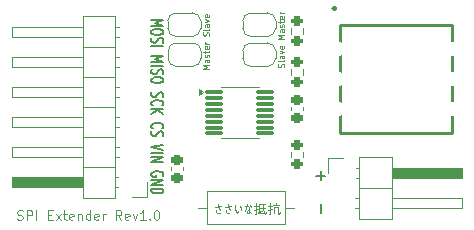
<source format=gbr>
%TF.GenerationSoftware,KiCad,Pcbnew,9.0.5*%
%TF.CreationDate,2025-11-27T21:34:18+09:00*%
%TF.ProjectId,ltc6820,6c746336-3832-4302-9e6b-696361645f70,rev?*%
%TF.SameCoordinates,Original*%
%TF.FileFunction,Legend,Top*%
%TF.FilePolarity,Positive*%
%FSLAX46Y46*%
G04 Gerber Fmt 4.6, Leading zero omitted, Abs format (unit mm)*
G04 Created by KiCad (PCBNEW 9.0.5) date 2025-11-27 21:34:18*
%MOMM*%
%LPD*%
G01*
G04 APERTURE LIST*
G04 Aperture macros list*
%AMRoundRect*
0 Rectangle with rounded corners*
0 $1 Rounding radius*
0 $2 $3 $4 $5 $6 $7 $8 $9 X,Y pos of 4 corners*
0 Add a 4 corners polygon primitive as box body*
4,1,4,$2,$3,$4,$5,$6,$7,$8,$9,$2,$3,0*
0 Add four circle primitives for the rounded corners*
1,1,$1+$1,$2,$3*
1,1,$1+$1,$4,$5*
1,1,$1+$1,$6,$7*
1,1,$1+$1,$8,$9*
0 Add four rect primitives between the rounded corners*
20,1,$1+$1,$2,$3,$4,$5,0*
20,1,$1+$1,$4,$5,$6,$7,0*
20,1,$1+$1,$6,$7,$8,$9,0*
20,1,$1+$1,$8,$9,$2,$3,0*%
%AMFreePoly0*
4,1,23,0.500000,-0.750000,0.000000,-0.750000,0.000000,-0.745722,-0.065263,-0.745722,-0.191342,-0.711940,-0.304381,-0.646677,-0.396677,-0.554381,-0.461940,-0.441342,-0.495722,-0.315263,-0.495722,-0.250000,-0.500000,-0.250000,-0.500000,0.250000,-0.495722,0.250000,-0.495722,0.315263,-0.461940,0.441342,-0.396677,0.554381,-0.304381,0.646677,-0.191342,0.711940,-0.065263,0.745722,0.000000,0.745722,
0.000000,0.750000,0.500000,0.750000,0.500000,-0.750000,0.500000,-0.750000,$1*%
%AMFreePoly1*
4,1,23,0.000000,0.745722,0.065263,0.745722,0.191342,0.711940,0.304381,0.646677,0.396677,0.554381,0.461940,0.441342,0.495722,0.315263,0.495722,0.250000,0.500000,0.250000,0.500000,-0.250000,0.495722,-0.250000,0.495722,-0.315263,0.461940,-0.441342,0.396677,-0.554381,0.304381,-0.646677,0.191342,-0.711940,0.065263,-0.745722,0.000000,-0.745722,0.000000,-0.750000,-0.500000,-0.750000,
-0.500000,0.750000,0.000000,0.750000,0.000000,0.745722,0.000000,0.745722,$1*%
G04 Aperture macros list end*
%ADD10C,0.100000*%
%ADD11C,0.150000*%
%ADD12C,0.254000*%
%ADD13C,0.120000*%
%ADD14C,1.404000*%
%ADD15RoundRect,0.200000X-0.275000X0.200000X-0.275000X-0.200000X0.275000X-0.200000X0.275000X0.200000X0*%
%ADD16FreePoly0,0.000000*%
%ADD17FreePoly1,0.000000*%
%ADD18FreePoly0,180.000000*%
%ADD19FreePoly1,180.000000*%
%ADD20RoundRect,0.225000X-0.250000X0.225000X-0.250000X-0.225000X0.250000X-0.225000X0.250000X0.225000X0*%
%ADD21RoundRect,0.225000X0.250000X-0.225000X0.250000X0.225000X-0.250000X0.225000X-0.250000X-0.225000X0*%
%ADD22C,1.600000*%
%ADD23R,1.700000X1.700000*%
%ADD24C,1.700000*%
%ADD25RoundRect,0.075000X-0.650000X-0.075000X0.650000X-0.075000X0.650000X0.075000X-0.650000X0.075000X0*%
G04 APERTURE END LIST*
D10*
X82737609Y-61537163D02*
X82237609Y-61537163D01*
X82237609Y-61537163D02*
X82594752Y-61370496D01*
X82594752Y-61370496D02*
X82237609Y-61203830D01*
X82237609Y-61203830D02*
X82737609Y-61203830D01*
X82737609Y-60751448D02*
X82475704Y-60751448D01*
X82475704Y-60751448D02*
X82428085Y-60775258D01*
X82428085Y-60775258D02*
X82404276Y-60822877D01*
X82404276Y-60822877D02*
X82404276Y-60918115D01*
X82404276Y-60918115D02*
X82428085Y-60965734D01*
X82713800Y-60751448D02*
X82737609Y-60799067D01*
X82737609Y-60799067D02*
X82737609Y-60918115D01*
X82737609Y-60918115D02*
X82713800Y-60965734D01*
X82713800Y-60965734D02*
X82666180Y-60989543D01*
X82666180Y-60989543D02*
X82618561Y-60989543D01*
X82618561Y-60989543D02*
X82570942Y-60965734D01*
X82570942Y-60965734D02*
X82547133Y-60918115D01*
X82547133Y-60918115D02*
X82547133Y-60799067D01*
X82547133Y-60799067D02*
X82523323Y-60751448D01*
X82713800Y-60537162D02*
X82737609Y-60489543D01*
X82737609Y-60489543D02*
X82737609Y-60394305D01*
X82737609Y-60394305D02*
X82713800Y-60346686D01*
X82713800Y-60346686D02*
X82666180Y-60322877D01*
X82666180Y-60322877D02*
X82642371Y-60322877D01*
X82642371Y-60322877D02*
X82594752Y-60346686D01*
X82594752Y-60346686D02*
X82570942Y-60394305D01*
X82570942Y-60394305D02*
X82570942Y-60465734D01*
X82570942Y-60465734D02*
X82547133Y-60513353D01*
X82547133Y-60513353D02*
X82499514Y-60537162D01*
X82499514Y-60537162D02*
X82475704Y-60537162D01*
X82475704Y-60537162D02*
X82428085Y-60513353D01*
X82428085Y-60513353D02*
X82404276Y-60465734D01*
X82404276Y-60465734D02*
X82404276Y-60394305D01*
X82404276Y-60394305D02*
X82428085Y-60346686D01*
X82404276Y-60180019D02*
X82404276Y-59989543D01*
X82237609Y-60108591D02*
X82666180Y-60108591D01*
X82666180Y-60108591D02*
X82713800Y-60084781D01*
X82713800Y-60084781D02*
X82737609Y-60037162D01*
X82737609Y-60037162D02*
X82737609Y-59989543D01*
X82713800Y-59632401D02*
X82737609Y-59680020D01*
X82737609Y-59680020D02*
X82737609Y-59775258D01*
X82737609Y-59775258D02*
X82713800Y-59822877D01*
X82713800Y-59822877D02*
X82666180Y-59846686D01*
X82666180Y-59846686D02*
X82475704Y-59846686D01*
X82475704Y-59846686D02*
X82428085Y-59822877D01*
X82428085Y-59822877D02*
X82404276Y-59775258D01*
X82404276Y-59775258D02*
X82404276Y-59680020D01*
X82404276Y-59680020D02*
X82428085Y-59632401D01*
X82428085Y-59632401D02*
X82475704Y-59608591D01*
X82475704Y-59608591D02*
X82523323Y-59608591D01*
X82523323Y-59608591D02*
X82570942Y-59846686D01*
X82737609Y-59394306D02*
X82404276Y-59394306D01*
X82499514Y-59394306D02*
X82451895Y-59370496D01*
X82451895Y-59370496D02*
X82428085Y-59346687D01*
X82428085Y-59346687D02*
X82404276Y-59299068D01*
X82404276Y-59299068D02*
X82404276Y-59251449D01*
X82713800Y-58727639D02*
X82737609Y-58656211D01*
X82737609Y-58656211D02*
X82737609Y-58537163D01*
X82737609Y-58537163D02*
X82713800Y-58489544D01*
X82713800Y-58489544D02*
X82689990Y-58465735D01*
X82689990Y-58465735D02*
X82642371Y-58441925D01*
X82642371Y-58441925D02*
X82594752Y-58441925D01*
X82594752Y-58441925D02*
X82547133Y-58465735D01*
X82547133Y-58465735D02*
X82523323Y-58489544D01*
X82523323Y-58489544D02*
X82499514Y-58537163D01*
X82499514Y-58537163D02*
X82475704Y-58632401D01*
X82475704Y-58632401D02*
X82451895Y-58680020D01*
X82451895Y-58680020D02*
X82428085Y-58703830D01*
X82428085Y-58703830D02*
X82380466Y-58727639D01*
X82380466Y-58727639D02*
X82332847Y-58727639D01*
X82332847Y-58727639D02*
X82285228Y-58703830D01*
X82285228Y-58703830D02*
X82261419Y-58680020D01*
X82261419Y-58680020D02*
X82237609Y-58632401D01*
X82237609Y-58632401D02*
X82237609Y-58513354D01*
X82237609Y-58513354D02*
X82261419Y-58441925D01*
X82737609Y-58156211D02*
X82713800Y-58203830D01*
X82713800Y-58203830D02*
X82666180Y-58227640D01*
X82666180Y-58227640D02*
X82237609Y-58227640D01*
X82737609Y-57751449D02*
X82475704Y-57751449D01*
X82475704Y-57751449D02*
X82428085Y-57775259D01*
X82428085Y-57775259D02*
X82404276Y-57822878D01*
X82404276Y-57822878D02*
X82404276Y-57918116D01*
X82404276Y-57918116D02*
X82428085Y-57965735D01*
X82713800Y-57751449D02*
X82737609Y-57799068D01*
X82737609Y-57799068D02*
X82737609Y-57918116D01*
X82737609Y-57918116D02*
X82713800Y-57965735D01*
X82713800Y-57965735D02*
X82666180Y-57989544D01*
X82666180Y-57989544D02*
X82618561Y-57989544D01*
X82618561Y-57989544D02*
X82570942Y-57965735D01*
X82570942Y-57965735D02*
X82547133Y-57918116D01*
X82547133Y-57918116D02*
X82547133Y-57799068D01*
X82547133Y-57799068D02*
X82523323Y-57751449D01*
X82404276Y-57560973D02*
X82737609Y-57441925D01*
X82737609Y-57441925D02*
X82404276Y-57322878D01*
X82713800Y-56941926D02*
X82737609Y-56989545D01*
X82737609Y-56989545D02*
X82737609Y-57084783D01*
X82737609Y-57084783D02*
X82713800Y-57132402D01*
X82713800Y-57132402D02*
X82666180Y-57156211D01*
X82666180Y-57156211D02*
X82475704Y-57156211D01*
X82475704Y-57156211D02*
X82428085Y-57132402D01*
X82428085Y-57132402D02*
X82404276Y-57084783D01*
X82404276Y-57084783D02*
X82404276Y-56989545D01*
X82404276Y-56989545D02*
X82428085Y-56941926D01*
X82428085Y-56941926D02*
X82475704Y-56918116D01*
X82475704Y-56918116D02*
X82523323Y-56918116D01*
X82523323Y-56918116D02*
X82570942Y-57156211D01*
D11*
X77854180Y-57415350D02*
X78854180Y-57415350D01*
X78854180Y-57415350D02*
X78139895Y-57648684D01*
X78139895Y-57648684D02*
X78854180Y-57882017D01*
X78854180Y-57882017D02*
X77854180Y-57882017D01*
X78854180Y-58348684D02*
X78854180Y-58482017D01*
X78854180Y-58482017D02*
X78806561Y-58548684D01*
X78806561Y-58548684D02*
X78711323Y-58615350D01*
X78711323Y-58615350D02*
X78520847Y-58648684D01*
X78520847Y-58648684D02*
X78187514Y-58648684D01*
X78187514Y-58648684D02*
X77997038Y-58615350D01*
X77997038Y-58615350D02*
X77901800Y-58548684D01*
X77901800Y-58548684D02*
X77854180Y-58482017D01*
X77854180Y-58482017D02*
X77854180Y-58348684D01*
X77854180Y-58348684D02*
X77901800Y-58282017D01*
X77901800Y-58282017D02*
X77997038Y-58215350D01*
X77997038Y-58215350D02*
X78187514Y-58182017D01*
X78187514Y-58182017D02*
X78520847Y-58182017D01*
X78520847Y-58182017D02*
X78711323Y-58215350D01*
X78711323Y-58215350D02*
X78806561Y-58282017D01*
X78806561Y-58282017D02*
X78854180Y-58348684D01*
X77901800Y-58915350D02*
X77854180Y-59015350D01*
X77854180Y-59015350D02*
X77854180Y-59182017D01*
X77854180Y-59182017D02*
X77901800Y-59248683D01*
X77901800Y-59248683D02*
X77949419Y-59282017D01*
X77949419Y-59282017D02*
X78044657Y-59315350D01*
X78044657Y-59315350D02*
X78139895Y-59315350D01*
X78139895Y-59315350D02*
X78235133Y-59282017D01*
X78235133Y-59282017D02*
X78282752Y-59248683D01*
X78282752Y-59248683D02*
X78330371Y-59182017D01*
X78330371Y-59182017D02*
X78377990Y-59048683D01*
X78377990Y-59048683D02*
X78425609Y-58982017D01*
X78425609Y-58982017D02*
X78473228Y-58948683D01*
X78473228Y-58948683D02*
X78568466Y-58915350D01*
X78568466Y-58915350D02*
X78663704Y-58915350D01*
X78663704Y-58915350D02*
X78758942Y-58948683D01*
X78758942Y-58948683D02*
X78806561Y-58982017D01*
X78806561Y-58982017D02*
X78854180Y-59048683D01*
X78854180Y-59048683D02*
X78854180Y-59215350D01*
X78854180Y-59215350D02*
X78806561Y-59315350D01*
X77854180Y-59615350D02*
X78854180Y-59615350D01*
X77854180Y-60482016D02*
X78854180Y-60482016D01*
X78854180Y-60482016D02*
X78139895Y-60715350D01*
X78139895Y-60715350D02*
X78854180Y-60948683D01*
X78854180Y-60948683D02*
X77854180Y-60948683D01*
X77854180Y-61282016D02*
X78854180Y-61282016D01*
X77901800Y-61582016D02*
X77854180Y-61682016D01*
X77854180Y-61682016D02*
X77854180Y-61848683D01*
X77854180Y-61848683D02*
X77901800Y-61915349D01*
X77901800Y-61915349D02*
X77949419Y-61948683D01*
X77949419Y-61948683D02*
X78044657Y-61982016D01*
X78044657Y-61982016D02*
X78139895Y-61982016D01*
X78139895Y-61982016D02*
X78235133Y-61948683D01*
X78235133Y-61948683D02*
X78282752Y-61915349D01*
X78282752Y-61915349D02*
X78330371Y-61848683D01*
X78330371Y-61848683D02*
X78377990Y-61715349D01*
X78377990Y-61715349D02*
X78425609Y-61648683D01*
X78425609Y-61648683D02*
X78473228Y-61615349D01*
X78473228Y-61615349D02*
X78568466Y-61582016D01*
X78568466Y-61582016D02*
X78663704Y-61582016D01*
X78663704Y-61582016D02*
X78758942Y-61615349D01*
X78758942Y-61615349D02*
X78806561Y-61648683D01*
X78806561Y-61648683D02*
X78854180Y-61715349D01*
X78854180Y-61715349D02*
X78854180Y-61882016D01*
X78854180Y-61882016D02*
X78806561Y-61982016D01*
X78854180Y-62415350D02*
X78854180Y-62548683D01*
X78854180Y-62548683D02*
X78806561Y-62615350D01*
X78806561Y-62615350D02*
X78711323Y-62682016D01*
X78711323Y-62682016D02*
X78520847Y-62715350D01*
X78520847Y-62715350D02*
X78187514Y-62715350D01*
X78187514Y-62715350D02*
X77997038Y-62682016D01*
X77997038Y-62682016D02*
X77901800Y-62615350D01*
X77901800Y-62615350D02*
X77854180Y-62548683D01*
X77854180Y-62548683D02*
X77854180Y-62415350D01*
X77854180Y-62415350D02*
X77901800Y-62348683D01*
X77901800Y-62348683D02*
X77997038Y-62282016D01*
X77997038Y-62282016D02*
X78187514Y-62248683D01*
X78187514Y-62248683D02*
X78520847Y-62248683D01*
X78520847Y-62248683D02*
X78711323Y-62282016D01*
X78711323Y-62282016D02*
X78806561Y-62348683D01*
X78806561Y-62348683D02*
X78854180Y-62415350D01*
X77901800Y-63515349D02*
X77854180Y-63615349D01*
X77854180Y-63615349D02*
X77854180Y-63782016D01*
X77854180Y-63782016D02*
X77901800Y-63848682D01*
X77901800Y-63848682D02*
X77949419Y-63882016D01*
X77949419Y-63882016D02*
X78044657Y-63915349D01*
X78044657Y-63915349D02*
X78139895Y-63915349D01*
X78139895Y-63915349D02*
X78235133Y-63882016D01*
X78235133Y-63882016D02*
X78282752Y-63848682D01*
X78282752Y-63848682D02*
X78330371Y-63782016D01*
X78330371Y-63782016D02*
X78377990Y-63648682D01*
X78377990Y-63648682D02*
X78425609Y-63582016D01*
X78425609Y-63582016D02*
X78473228Y-63548682D01*
X78473228Y-63548682D02*
X78568466Y-63515349D01*
X78568466Y-63515349D02*
X78663704Y-63515349D01*
X78663704Y-63515349D02*
X78758942Y-63548682D01*
X78758942Y-63548682D02*
X78806561Y-63582016D01*
X78806561Y-63582016D02*
X78854180Y-63648682D01*
X78854180Y-63648682D02*
X78854180Y-63815349D01*
X78854180Y-63815349D02*
X78806561Y-63915349D01*
X77949419Y-64615349D02*
X77901800Y-64582016D01*
X77901800Y-64582016D02*
X77854180Y-64482016D01*
X77854180Y-64482016D02*
X77854180Y-64415349D01*
X77854180Y-64415349D02*
X77901800Y-64315349D01*
X77901800Y-64315349D02*
X77997038Y-64248683D01*
X77997038Y-64248683D02*
X78092276Y-64215349D01*
X78092276Y-64215349D02*
X78282752Y-64182016D01*
X78282752Y-64182016D02*
X78425609Y-64182016D01*
X78425609Y-64182016D02*
X78616085Y-64215349D01*
X78616085Y-64215349D02*
X78711323Y-64248683D01*
X78711323Y-64248683D02*
X78806561Y-64315349D01*
X78806561Y-64315349D02*
X78854180Y-64415349D01*
X78854180Y-64415349D02*
X78854180Y-64482016D01*
X78854180Y-64482016D02*
X78806561Y-64582016D01*
X78806561Y-64582016D02*
X78758942Y-64615349D01*
X77854180Y-64915349D02*
X78854180Y-64915349D01*
X77854180Y-65315349D02*
X78425609Y-65015349D01*
X78854180Y-65315349D02*
X78282752Y-64915349D01*
X77949419Y-66548682D02*
X77901800Y-66515349D01*
X77901800Y-66515349D02*
X77854180Y-66415349D01*
X77854180Y-66415349D02*
X77854180Y-66348682D01*
X77854180Y-66348682D02*
X77901800Y-66248682D01*
X77901800Y-66248682D02*
X77997038Y-66182016D01*
X77997038Y-66182016D02*
X78092276Y-66148682D01*
X78092276Y-66148682D02*
X78282752Y-66115349D01*
X78282752Y-66115349D02*
X78425609Y-66115349D01*
X78425609Y-66115349D02*
X78616085Y-66148682D01*
X78616085Y-66148682D02*
X78711323Y-66182016D01*
X78711323Y-66182016D02*
X78806561Y-66248682D01*
X78806561Y-66248682D02*
X78854180Y-66348682D01*
X78854180Y-66348682D02*
X78854180Y-66415349D01*
X78854180Y-66415349D02*
X78806561Y-66515349D01*
X78806561Y-66515349D02*
X78758942Y-66548682D01*
X77901800Y-66815349D02*
X77854180Y-66915349D01*
X77854180Y-66915349D02*
X77854180Y-67082016D01*
X77854180Y-67082016D02*
X77901800Y-67148682D01*
X77901800Y-67148682D02*
X77949419Y-67182016D01*
X77949419Y-67182016D02*
X78044657Y-67215349D01*
X78044657Y-67215349D02*
X78139895Y-67215349D01*
X78139895Y-67215349D02*
X78235133Y-67182016D01*
X78235133Y-67182016D02*
X78282752Y-67148682D01*
X78282752Y-67148682D02*
X78330371Y-67082016D01*
X78330371Y-67082016D02*
X78377990Y-66948682D01*
X78377990Y-66948682D02*
X78425609Y-66882016D01*
X78425609Y-66882016D02*
X78473228Y-66848682D01*
X78473228Y-66848682D02*
X78568466Y-66815349D01*
X78568466Y-66815349D02*
X78663704Y-66815349D01*
X78663704Y-66815349D02*
X78758942Y-66848682D01*
X78758942Y-66848682D02*
X78806561Y-66882016D01*
X78806561Y-66882016D02*
X78854180Y-66948682D01*
X78854180Y-66948682D02*
X78854180Y-67115349D01*
X78854180Y-67115349D02*
X78806561Y-67215349D01*
X78854180Y-67948682D02*
X77854180Y-68182016D01*
X77854180Y-68182016D02*
X78854180Y-68415349D01*
X77854180Y-68648682D02*
X78854180Y-68648682D01*
X77854180Y-68982015D02*
X78854180Y-68982015D01*
X78854180Y-68982015D02*
X77854180Y-69382015D01*
X77854180Y-69382015D02*
X78854180Y-69382015D01*
X78806561Y-70615348D02*
X78854180Y-70548681D01*
X78854180Y-70548681D02*
X78854180Y-70448681D01*
X78854180Y-70448681D02*
X78806561Y-70348681D01*
X78806561Y-70348681D02*
X78711323Y-70282015D01*
X78711323Y-70282015D02*
X78616085Y-70248681D01*
X78616085Y-70248681D02*
X78425609Y-70215348D01*
X78425609Y-70215348D02*
X78282752Y-70215348D01*
X78282752Y-70215348D02*
X78092276Y-70248681D01*
X78092276Y-70248681D02*
X77997038Y-70282015D01*
X77997038Y-70282015D02*
X77901800Y-70348681D01*
X77901800Y-70348681D02*
X77854180Y-70448681D01*
X77854180Y-70448681D02*
X77854180Y-70515348D01*
X77854180Y-70515348D02*
X77901800Y-70615348D01*
X77901800Y-70615348D02*
X77949419Y-70648681D01*
X77949419Y-70648681D02*
X78282752Y-70648681D01*
X78282752Y-70648681D02*
X78282752Y-70515348D01*
X77854180Y-70948681D02*
X78854180Y-70948681D01*
X78854180Y-70948681D02*
X77854180Y-71348681D01*
X77854180Y-71348681D02*
X78854180Y-71348681D01*
X77854180Y-71682014D02*
X78854180Y-71682014D01*
X78854180Y-71682014D02*
X78854180Y-71848681D01*
X78854180Y-71848681D02*
X78806561Y-71948681D01*
X78806561Y-71948681D02*
X78711323Y-72015348D01*
X78711323Y-72015348D02*
X78616085Y-72048681D01*
X78616085Y-72048681D02*
X78425609Y-72082014D01*
X78425609Y-72082014D02*
X78282752Y-72082014D01*
X78282752Y-72082014D02*
X78092276Y-72048681D01*
X78092276Y-72048681D02*
X77997038Y-72015348D01*
X77997038Y-72015348D02*
X77901800Y-71948681D01*
X77901800Y-71948681D02*
X77854180Y-71848681D01*
X77854180Y-71848681D02*
X77854180Y-71682014D01*
X92205133Y-70186779D02*
X92205133Y-70948684D01*
X91824180Y-70567731D02*
X92586085Y-70567731D01*
X92205133Y-72948684D02*
X92205133Y-73710589D01*
D10*
X83276169Y-73201371D02*
X83733312Y-73125180D01*
X83466646Y-72972800D02*
X83695217Y-73468038D01*
X83695217Y-73468038D02*
X83542836Y-73429942D01*
X83352360Y-73468038D02*
X83352360Y-73620419D01*
X83352360Y-73620419D02*
X83428550Y-73734704D01*
X83428550Y-73734704D02*
X83619027Y-73772800D01*
X84114264Y-73201371D02*
X84571407Y-73125180D01*
X84304741Y-72972800D02*
X84533312Y-73468038D01*
X84533312Y-73468038D02*
X84380931Y-73429942D01*
X84190455Y-73468038D02*
X84190455Y-73620419D01*
X84190455Y-73620419D02*
X84266645Y-73734704D01*
X84266645Y-73734704D02*
X84457122Y-73772800D01*
X85333312Y-73163276D02*
X85409502Y-73315657D01*
X85409502Y-73315657D02*
X85447598Y-73506133D01*
X84952359Y-73087085D02*
X84952359Y-73353752D01*
X84952359Y-73353752D02*
X84990455Y-73544228D01*
X84990455Y-73544228D02*
X85066645Y-73772800D01*
X85066645Y-73772800D02*
X85180931Y-73544228D01*
X85790454Y-73125180D02*
X86019026Y-73125180D01*
X85942835Y-72934704D02*
X85790454Y-73582323D01*
X86209502Y-73087085D02*
X86323788Y-73239466D01*
X86133312Y-73239466D02*
X86133312Y-73696609D01*
X86133312Y-73696609D02*
X86057121Y-73734704D01*
X86057121Y-73734704D02*
X85942835Y-73696609D01*
X85942835Y-73696609D02*
X85942835Y-73544228D01*
X85942835Y-73544228D02*
X86057121Y-73506133D01*
X86057121Y-73506133D02*
X86285693Y-73696609D01*
X86552359Y-73125180D02*
X86895216Y-73125180D01*
X86590454Y-73810895D02*
X86742835Y-73810895D01*
X86742835Y-72896609D02*
X86742835Y-73810895D01*
X86895216Y-73772800D02*
X87314264Y-73772800D01*
X86895216Y-73353752D02*
X86552359Y-73468038D01*
X86971407Y-73277561D02*
X87504740Y-73277561D01*
X86971407Y-73010895D02*
X86971407Y-73620419D01*
X87238073Y-73582323D02*
X86857121Y-73620419D01*
X87428549Y-72934704D02*
X87047597Y-73010895D01*
X87542835Y-73620419D02*
X87504740Y-73810895D01*
X87504740Y-73810895D02*
X87428549Y-73772800D01*
X87276169Y-72972800D02*
X87314264Y-73201371D01*
X87314264Y-73201371D02*
X87276169Y-73315657D01*
X87276169Y-73315657D02*
X87352359Y-73696609D01*
X87733311Y-73125180D02*
X88076168Y-73125180D01*
X87771406Y-73810895D02*
X87923787Y-73810895D01*
X87923787Y-72896609D02*
X87923787Y-73810895D01*
X88076168Y-73391847D02*
X87733311Y-73468038D01*
X88114263Y-73087085D02*
X88685692Y-73087085D01*
X88380930Y-72896609D02*
X88380930Y-73048990D01*
X88228549Y-73239466D02*
X88228549Y-73506133D01*
X88228549Y-73506133D02*
X88190454Y-73696609D01*
X88228549Y-73239466D02*
X88533311Y-73239466D01*
X88533311Y-73239466D02*
X88571406Y-73810895D01*
X88571406Y-73810895D02*
X88685692Y-73810895D01*
X88685692Y-73810895D02*
X88761882Y-73658514D01*
X89063800Y-61386714D02*
X89087609Y-61315286D01*
X89087609Y-61315286D02*
X89087609Y-61196238D01*
X89087609Y-61196238D02*
X89063800Y-61148619D01*
X89063800Y-61148619D02*
X89039990Y-61124810D01*
X89039990Y-61124810D02*
X88992371Y-61101000D01*
X88992371Y-61101000D02*
X88944752Y-61101000D01*
X88944752Y-61101000D02*
X88897133Y-61124810D01*
X88897133Y-61124810D02*
X88873323Y-61148619D01*
X88873323Y-61148619D02*
X88849514Y-61196238D01*
X88849514Y-61196238D02*
X88825704Y-61291476D01*
X88825704Y-61291476D02*
X88801895Y-61339095D01*
X88801895Y-61339095D02*
X88778085Y-61362905D01*
X88778085Y-61362905D02*
X88730466Y-61386714D01*
X88730466Y-61386714D02*
X88682847Y-61386714D01*
X88682847Y-61386714D02*
X88635228Y-61362905D01*
X88635228Y-61362905D02*
X88611419Y-61339095D01*
X88611419Y-61339095D02*
X88587609Y-61291476D01*
X88587609Y-61291476D02*
X88587609Y-61172429D01*
X88587609Y-61172429D02*
X88611419Y-61101000D01*
X89087609Y-60815286D02*
X89063800Y-60862905D01*
X89063800Y-60862905D02*
X89016180Y-60886715D01*
X89016180Y-60886715D02*
X88587609Y-60886715D01*
X89087609Y-60410524D02*
X88825704Y-60410524D01*
X88825704Y-60410524D02*
X88778085Y-60434334D01*
X88778085Y-60434334D02*
X88754276Y-60481953D01*
X88754276Y-60481953D02*
X88754276Y-60577191D01*
X88754276Y-60577191D02*
X88778085Y-60624810D01*
X89063800Y-60410524D02*
X89087609Y-60458143D01*
X89087609Y-60458143D02*
X89087609Y-60577191D01*
X89087609Y-60577191D02*
X89063800Y-60624810D01*
X89063800Y-60624810D02*
X89016180Y-60648619D01*
X89016180Y-60648619D02*
X88968561Y-60648619D01*
X88968561Y-60648619D02*
X88920942Y-60624810D01*
X88920942Y-60624810D02*
X88897133Y-60577191D01*
X88897133Y-60577191D02*
X88897133Y-60458143D01*
X88897133Y-60458143D02*
X88873323Y-60410524D01*
X88754276Y-60220048D02*
X89087609Y-60101000D01*
X89087609Y-60101000D02*
X88754276Y-59981953D01*
X89063800Y-59601001D02*
X89087609Y-59648620D01*
X89087609Y-59648620D02*
X89087609Y-59743858D01*
X89087609Y-59743858D02*
X89063800Y-59791477D01*
X89063800Y-59791477D02*
X89016180Y-59815286D01*
X89016180Y-59815286D02*
X88825704Y-59815286D01*
X88825704Y-59815286D02*
X88778085Y-59791477D01*
X88778085Y-59791477D02*
X88754276Y-59743858D01*
X88754276Y-59743858D02*
X88754276Y-59648620D01*
X88754276Y-59648620D02*
X88778085Y-59601001D01*
X88778085Y-59601001D02*
X88825704Y-59577191D01*
X88825704Y-59577191D02*
X88873323Y-59577191D01*
X88873323Y-59577191D02*
X88920942Y-59815286D01*
X89087609Y-58981954D02*
X88587609Y-58981954D01*
X88587609Y-58981954D02*
X88944752Y-58815287D01*
X88944752Y-58815287D02*
X88587609Y-58648621D01*
X88587609Y-58648621D02*
X89087609Y-58648621D01*
X89087609Y-58196239D02*
X88825704Y-58196239D01*
X88825704Y-58196239D02*
X88778085Y-58220049D01*
X88778085Y-58220049D02*
X88754276Y-58267668D01*
X88754276Y-58267668D02*
X88754276Y-58362906D01*
X88754276Y-58362906D02*
X88778085Y-58410525D01*
X89063800Y-58196239D02*
X89087609Y-58243858D01*
X89087609Y-58243858D02*
X89087609Y-58362906D01*
X89087609Y-58362906D02*
X89063800Y-58410525D01*
X89063800Y-58410525D02*
X89016180Y-58434334D01*
X89016180Y-58434334D02*
X88968561Y-58434334D01*
X88968561Y-58434334D02*
X88920942Y-58410525D01*
X88920942Y-58410525D02*
X88897133Y-58362906D01*
X88897133Y-58362906D02*
X88897133Y-58243858D01*
X88897133Y-58243858D02*
X88873323Y-58196239D01*
X89063800Y-57981953D02*
X89087609Y-57934334D01*
X89087609Y-57934334D02*
X89087609Y-57839096D01*
X89087609Y-57839096D02*
X89063800Y-57791477D01*
X89063800Y-57791477D02*
X89016180Y-57767668D01*
X89016180Y-57767668D02*
X88992371Y-57767668D01*
X88992371Y-57767668D02*
X88944752Y-57791477D01*
X88944752Y-57791477D02*
X88920942Y-57839096D01*
X88920942Y-57839096D02*
X88920942Y-57910525D01*
X88920942Y-57910525D02*
X88897133Y-57958144D01*
X88897133Y-57958144D02*
X88849514Y-57981953D01*
X88849514Y-57981953D02*
X88825704Y-57981953D01*
X88825704Y-57981953D02*
X88778085Y-57958144D01*
X88778085Y-57958144D02*
X88754276Y-57910525D01*
X88754276Y-57910525D02*
X88754276Y-57839096D01*
X88754276Y-57839096D02*
X88778085Y-57791477D01*
X88754276Y-57624810D02*
X88754276Y-57434334D01*
X88587609Y-57553382D02*
X89016180Y-57553382D01*
X89016180Y-57553382D02*
X89063800Y-57529572D01*
X89063800Y-57529572D02*
X89087609Y-57481953D01*
X89087609Y-57481953D02*
X89087609Y-57434334D01*
X89063800Y-57077192D02*
X89087609Y-57124811D01*
X89087609Y-57124811D02*
X89087609Y-57220049D01*
X89087609Y-57220049D02*
X89063800Y-57267668D01*
X89063800Y-57267668D02*
X89016180Y-57291477D01*
X89016180Y-57291477D02*
X88825704Y-57291477D01*
X88825704Y-57291477D02*
X88778085Y-57267668D01*
X88778085Y-57267668D02*
X88754276Y-57220049D01*
X88754276Y-57220049D02*
X88754276Y-57124811D01*
X88754276Y-57124811D02*
X88778085Y-57077192D01*
X88778085Y-57077192D02*
X88825704Y-57053382D01*
X88825704Y-57053382D02*
X88873323Y-57053382D01*
X88873323Y-57053382D02*
X88920942Y-57291477D01*
X89087609Y-56839097D02*
X88754276Y-56839097D01*
X88849514Y-56839097D02*
X88801895Y-56815287D01*
X88801895Y-56815287D02*
X88778085Y-56791478D01*
X88778085Y-56791478D02*
X88754276Y-56743859D01*
X88754276Y-56743859D02*
X88754276Y-56696240D01*
X66512169Y-74280800D02*
X66626455Y-74318895D01*
X66626455Y-74318895D02*
X66816931Y-74318895D01*
X66816931Y-74318895D02*
X66893122Y-74280800D01*
X66893122Y-74280800D02*
X66931217Y-74242704D01*
X66931217Y-74242704D02*
X66969312Y-74166514D01*
X66969312Y-74166514D02*
X66969312Y-74090323D01*
X66969312Y-74090323D02*
X66931217Y-74014133D01*
X66931217Y-74014133D02*
X66893122Y-73976038D01*
X66893122Y-73976038D02*
X66816931Y-73937942D01*
X66816931Y-73937942D02*
X66664550Y-73899847D01*
X66664550Y-73899847D02*
X66588360Y-73861752D01*
X66588360Y-73861752D02*
X66550265Y-73823657D01*
X66550265Y-73823657D02*
X66512169Y-73747466D01*
X66512169Y-73747466D02*
X66512169Y-73671276D01*
X66512169Y-73671276D02*
X66550265Y-73595085D01*
X66550265Y-73595085D02*
X66588360Y-73556990D01*
X66588360Y-73556990D02*
X66664550Y-73518895D01*
X66664550Y-73518895D02*
X66855027Y-73518895D01*
X66855027Y-73518895D02*
X66969312Y-73556990D01*
X67312170Y-74318895D02*
X67312170Y-73518895D01*
X67312170Y-73518895D02*
X67616932Y-73518895D01*
X67616932Y-73518895D02*
X67693122Y-73556990D01*
X67693122Y-73556990D02*
X67731217Y-73595085D01*
X67731217Y-73595085D02*
X67769313Y-73671276D01*
X67769313Y-73671276D02*
X67769313Y-73785561D01*
X67769313Y-73785561D02*
X67731217Y-73861752D01*
X67731217Y-73861752D02*
X67693122Y-73899847D01*
X67693122Y-73899847D02*
X67616932Y-73937942D01*
X67616932Y-73937942D02*
X67312170Y-73937942D01*
X68112170Y-74318895D02*
X68112170Y-73518895D01*
X69102646Y-73899847D02*
X69369312Y-73899847D01*
X69483598Y-74318895D02*
X69102646Y-74318895D01*
X69102646Y-74318895D02*
X69102646Y-73518895D01*
X69102646Y-73518895D02*
X69483598Y-73518895D01*
X69750265Y-74318895D02*
X70169313Y-73785561D01*
X69750265Y-73785561D02*
X70169313Y-74318895D01*
X70359789Y-73785561D02*
X70664551Y-73785561D01*
X70474075Y-73518895D02*
X70474075Y-74204609D01*
X70474075Y-74204609D02*
X70512170Y-74280800D01*
X70512170Y-74280800D02*
X70588360Y-74318895D01*
X70588360Y-74318895D02*
X70664551Y-74318895D01*
X71235980Y-74280800D02*
X71159789Y-74318895D01*
X71159789Y-74318895D02*
X71007408Y-74318895D01*
X71007408Y-74318895D02*
X70931218Y-74280800D01*
X70931218Y-74280800D02*
X70893122Y-74204609D01*
X70893122Y-74204609D02*
X70893122Y-73899847D01*
X70893122Y-73899847D02*
X70931218Y-73823657D01*
X70931218Y-73823657D02*
X71007408Y-73785561D01*
X71007408Y-73785561D02*
X71159789Y-73785561D01*
X71159789Y-73785561D02*
X71235980Y-73823657D01*
X71235980Y-73823657D02*
X71274075Y-73899847D01*
X71274075Y-73899847D02*
X71274075Y-73976038D01*
X71274075Y-73976038D02*
X70893122Y-74052228D01*
X71616932Y-73785561D02*
X71616932Y-74318895D01*
X71616932Y-73861752D02*
X71655027Y-73823657D01*
X71655027Y-73823657D02*
X71731217Y-73785561D01*
X71731217Y-73785561D02*
X71845503Y-73785561D01*
X71845503Y-73785561D02*
X71921694Y-73823657D01*
X71921694Y-73823657D02*
X71959789Y-73899847D01*
X71959789Y-73899847D02*
X71959789Y-74318895D01*
X72683599Y-74318895D02*
X72683599Y-73518895D01*
X72683599Y-74280800D02*
X72607408Y-74318895D01*
X72607408Y-74318895D02*
X72455027Y-74318895D01*
X72455027Y-74318895D02*
X72378837Y-74280800D01*
X72378837Y-74280800D02*
X72340742Y-74242704D01*
X72340742Y-74242704D02*
X72302646Y-74166514D01*
X72302646Y-74166514D02*
X72302646Y-73937942D01*
X72302646Y-73937942D02*
X72340742Y-73861752D01*
X72340742Y-73861752D02*
X72378837Y-73823657D01*
X72378837Y-73823657D02*
X72455027Y-73785561D01*
X72455027Y-73785561D02*
X72607408Y-73785561D01*
X72607408Y-73785561D02*
X72683599Y-73823657D01*
X73369314Y-74280800D02*
X73293123Y-74318895D01*
X73293123Y-74318895D02*
X73140742Y-74318895D01*
X73140742Y-74318895D02*
X73064552Y-74280800D01*
X73064552Y-74280800D02*
X73026456Y-74204609D01*
X73026456Y-74204609D02*
X73026456Y-73899847D01*
X73026456Y-73899847D02*
X73064552Y-73823657D01*
X73064552Y-73823657D02*
X73140742Y-73785561D01*
X73140742Y-73785561D02*
X73293123Y-73785561D01*
X73293123Y-73785561D02*
X73369314Y-73823657D01*
X73369314Y-73823657D02*
X73407409Y-73899847D01*
X73407409Y-73899847D02*
X73407409Y-73976038D01*
X73407409Y-73976038D02*
X73026456Y-74052228D01*
X73750266Y-74318895D02*
X73750266Y-73785561D01*
X73750266Y-73937942D02*
X73788361Y-73861752D01*
X73788361Y-73861752D02*
X73826456Y-73823657D01*
X73826456Y-73823657D02*
X73902647Y-73785561D01*
X73902647Y-73785561D02*
X73978837Y-73785561D01*
X75312171Y-74318895D02*
X75045504Y-73937942D01*
X74855028Y-74318895D02*
X74855028Y-73518895D01*
X74855028Y-73518895D02*
X75159790Y-73518895D01*
X75159790Y-73518895D02*
X75235980Y-73556990D01*
X75235980Y-73556990D02*
X75274075Y-73595085D01*
X75274075Y-73595085D02*
X75312171Y-73671276D01*
X75312171Y-73671276D02*
X75312171Y-73785561D01*
X75312171Y-73785561D02*
X75274075Y-73861752D01*
X75274075Y-73861752D02*
X75235980Y-73899847D01*
X75235980Y-73899847D02*
X75159790Y-73937942D01*
X75159790Y-73937942D02*
X74855028Y-73937942D01*
X75959790Y-74280800D02*
X75883599Y-74318895D01*
X75883599Y-74318895D02*
X75731218Y-74318895D01*
X75731218Y-74318895D02*
X75655028Y-74280800D01*
X75655028Y-74280800D02*
X75616932Y-74204609D01*
X75616932Y-74204609D02*
X75616932Y-73899847D01*
X75616932Y-73899847D02*
X75655028Y-73823657D01*
X75655028Y-73823657D02*
X75731218Y-73785561D01*
X75731218Y-73785561D02*
X75883599Y-73785561D01*
X75883599Y-73785561D02*
X75959790Y-73823657D01*
X75959790Y-73823657D02*
X75997885Y-73899847D01*
X75997885Y-73899847D02*
X75997885Y-73976038D01*
X75997885Y-73976038D02*
X75616932Y-74052228D01*
X76264551Y-73785561D02*
X76455027Y-74318895D01*
X76455027Y-74318895D02*
X76645504Y-73785561D01*
X77369313Y-74318895D02*
X76912170Y-74318895D01*
X77140742Y-74318895D02*
X77140742Y-73518895D01*
X77140742Y-73518895D02*
X77064551Y-73633180D01*
X77064551Y-73633180D02*
X76988361Y-73709371D01*
X76988361Y-73709371D02*
X76912170Y-73747466D01*
X77712171Y-74242704D02*
X77750266Y-74280800D01*
X77750266Y-74280800D02*
X77712171Y-74318895D01*
X77712171Y-74318895D02*
X77674075Y-74280800D01*
X77674075Y-74280800D02*
X77712171Y-74242704D01*
X77712171Y-74242704D02*
X77712171Y-74318895D01*
X78245504Y-73518895D02*
X78321694Y-73518895D01*
X78321694Y-73518895D02*
X78397885Y-73556990D01*
X78397885Y-73556990D02*
X78435980Y-73595085D01*
X78435980Y-73595085D02*
X78474075Y-73671276D01*
X78474075Y-73671276D02*
X78512170Y-73823657D01*
X78512170Y-73823657D02*
X78512170Y-74014133D01*
X78512170Y-74014133D02*
X78474075Y-74166514D01*
X78474075Y-74166514D02*
X78435980Y-74242704D01*
X78435980Y-74242704D02*
X78397885Y-74280800D01*
X78397885Y-74280800D02*
X78321694Y-74318895D01*
X78321694Y-74318895D02*
X78245504Y-74318895D01*
X78245504Y-74318895D02*
X78169313Y-74280800D01*
X78169313Y-74280800D02*
X78131218Y-74242704D01*
X78131218Y-74242704D02*
X78093123Y-74166514D01*
X78093123Y-74166514D02*
X78055027Y-74014133D01*
X78055027Y-74014133D02*
X78055027Y-73823657D01*
X78055027Y-73823657D02*
X78093123Y-73671276D01*
X78093123Y-73671276D02*
X78131218Y-73595085D01*
X78131218Y-73595085D02*
X78169313Y-73556990D01*
X78169313Y-73556990D02*
X78245504Y-73518895D01*
D12*
%TO.C,T1*%
X93792040Y-57811710D02*
X93792040Y-66973490D01*
X93792040Y-66973490D02*
X103311960Y-66973490D01*
X103311960Y-57811710D02*
X93792040Y-57811710D01*
X103311960Y-66973490D02*
X103311960Y-57811710D01*
X93472000Y-56423600D02*
G75*
G02*
X93218000Y-56423600I-127000J0D01*
G01*
X93218000Y-56423600D02*
G75*
G02*
X93472000Y-56423600I127000J0D01*
G01*
D13*
%TO.C,R1*%
X89647500Y-68532742D02*
X89647500Y-69007258D01*
X90692500Y-68532742D02*
X90692500Y-69007258D01*
%TO.C,JP1*%
X79260000Y-60625000D02*
X79260000Y-60025000D01*
X79960000Y-59325000D02*
X81360000Y-59325000D01*
X81360000Y-61325000D02*
X79960000Y-61325000D01*
X82060000Y-60025000D02*
X82060000Y-60625000D01*
X79260000Y-60025000D02*
G75*
G02*
X79960000Y-59325000I699999J1D01*
G01*
X79960000Y-61325000D02*
G75*
G02*
X79260000Y-60625000I-1J699999D01*
G01*
X81360000Y-59325000D02*
G75*
G02*
X82060000Y-60025000I0J-700000D01*
G01*
X82060000Y-60625000D02*
G75*
G02*
X81360000Y-61325000I-700000J0D01*
G01*
%TO.C,JP4*%
X85580000Y-60625000D02*
X85580000Y-60025000D01*
X86280000Y-59325000D02*
X87680000Y-59325000D01*
X87680000Y-61325000D02*
X86280000Y-61325000D01*
X88380000Y-60025000D02*
X88380000Y-60625000D01*
X85580000Y-60025000D02*
G75*
G02*
X86280000Y-59325000I700000J0D01*
G01*
X86280000Y-61325000D02*
G75*
G02*
X85580000Y-60625000I0J700000D01*
G01*
X87680000Y-59325000D02*
G75*
G02*
X88380000Y-60025000I1J-699999D01*
G01*
X88380000Y-60625000D02*
G75*
G02*
X87680000Y-61325000I-699999J-1D01*
G01*
%TO.C,R2*%
X89647500Y-58067742D02*
X89647500Y-58542258D01*
X90692500Y-58067742D02*
X90692500Y-58542258D01*
%TO.C,C2*%
X79500000Y-69849420D02*
X79500000Y-70130580D01*
X80520000Y-69849420D02*
X80520000Y-70130580D01*
%TO.C,JP3*%
X85580000Y-58085000D02*
X85580000Y-57485000D01*
X86280000Y-56785000D02*
X87680000Y-56785000D01*
X87680000Y-58785000D02*
X86280000Y-58785000D01*
X88380000Y-57485000D02*
X88380000Y-58085000D01*
X85580000Y-57485000D02*
G75*
G02*
X86280000Y-56785000I699999J1D01*
G01*
X86280000Y-58785000D02*
G75*
G02*
X85580000Y-58085000I-1J699999D01*
G01*
X87680000Y-56785000D02*
G75*
G02*
X88380000Y-57485000I0J-700000D01*
G01*
X88380000Y-58085000D02*
G75*
G02*
X87680000Y-58785000I-700000J0D01*
G01*
%TO.C,R3*%
X89647500Y-61547742D02*
X89647500Y-62022258D01*
X90692500Y-61547742D02*
X90692500Y-62022258D01*
%TO.C,C1*%
X89660000Y-65050580D02*
X89660000Y-64769420D01*
X90680000Y-65050580D02*
X90680000Y-64769420D01*
%TO.C,JP2*%
X79230000Y-58085000D02*
X79230000Y-57485000D01*
X79930000Y-56785000D02*
X81330000Y-56785000D01*
X81330000Y-58785000D02*
X79930000Y-58785000D01*
X82030000Y-57485000D02*
X82030000Y-58085000D01*
X79230000Y-57485000D02*
G75*
G02*
X79930000Y-56785000I699999J1D01*
G01*
X79930000Y-58785000D02*
G75*
G02*
X79230000Y-58085000I-1J699999D01*
G01*
X81330000Y-56785000D02*
G75*
G02*
X82030000Y-57485000I0J-700000D01*
G01*
X82030000Y-58085000D02*
G75*
G02*
X81330000Y-58785000I-700000J0D01*
G01*
%TO.C,R4*%
X81812000Y-73279000D02*
X82582000Y-73279000D01*
X89892000Y-73279000D02*
X89122000Y-73279000D01*
X89122000Y-74649000D02*
X82582000Y-74649000D01*
X82582000Y-71909000D01*
X89122000Y-71909000D01*
X89122000Y-74649000D01*
%TO.C,J1*%
X66050000Y-57990000D02*
X72050000Y-57990000D01*
X66050000Y-58850000D02*
X66050000Y-57990000D01*
X66050000Y-60530000D02*
X72050000Y-60530000D01*
X66050000Y-61390000D02*
X66050000Y-60530000D01*
X66050000Y-63070000D02*
X72050000Y-63070000D01*
X66050000Y-63930000D02*
X66050000Y-63070000D01*
X66050000Y-65610000D02*
X72050000Y-65610000D01*
X66050000Y-66470000D02*
X66050000Y-65610000D01*
X66050000Y-68150000D02*
X72050000Y-68150000D01*
X66050000Y-69010000D02*
X66050000Y-68150000D01*
X72050000Y-57040000D02*
X72050000Y-72500000D01*
X72050000Y-58850000D02*
X66050000Y-58850000D01*
X72050000Y-61390000D02*
X66050000Y-61390000D01*
X72050000Y-63930000D02*
X66050000Y-63930000D01*
X72050000Y-66470000D02*
X66050000Y-66470000D01*
X72050000Y-69010000D02*
X66050000Y-69010000D01*
X72050000Y-72500000D02*
X74810000Y-72500000D01*
X74810000Y-57040000D02*
X72050000Y-57040000D01*
X74810000Y-59690000D02*
X72050000Y-59690000D01*
X74810000Y-62230000D02*
X72050000Y-62230000D01*
X74810000Y-64770000D02*
X72050000Y-64770000D01*
X74810000Y-67310000D02*
X72050000Y-67310000D01*
X74810000Y-69850000D02*
X72050000Y-69850000D01*
X74810000Y-72500000D02*
X74810000Y-57040000D01*
X75040000Y-70690000D02*
X74810000Y-70690000D01*
X75040000Y-71550000D02*
X74810000Y-71550000D01*
X75122642Y-57990000D02*
X74810000Y-57990000D01*
X75122642Y-58850000D02*
X74810000Y-58850000D01*
X75122642Y-60530000D02*
X74810000Y-60530000D01*
X75122642Y-61390000D02*
X74810000Y-61390000D01*
X75122642Y-63070000D02*
X74810000Y-63070000D01*
X75122642Y-63930000D02*
X74810000Y-63930000D01*
X75122642Y-65610000D02*
X74810000Y-65610000D01*
X75122642Y-66470000D02*
X74810000Y-66470000D01*
X75122642Y-68150000D02*
X74810000Y-68150000D01*
X75122642Y-69010000D02*
X74810000Y-69010000D01*
X77470000Y-71120000D02*
X77470000Y-72390000D01*
X77470000Y-72390000D02*
X76200000Y-72390000D01*
X72050000Y-71550000D02*
X66050000Y-71550000D01*
X66050000Y-70690000D01*
X72050000Y-70690000D01*
X72050000Y-71550000D01*
G36*
X72050000Y-71550000D02*
G01*
X66050000Y-71550000D01*
X66050000Y-70690000D01*
X72050000Y-70690000D01*
X72050000Y-71550000D01*
G37*
%TO.C,J2*%
X92770000Y-69070000D02*
X94040000Y-69070000D01*
X92770000Y-70340000D02*
X92770000Y-69070000D01*
X95117358Y-72450000D02*
X95430000Y-72450000D01*
X95117358Y-73310000D02*
X95430000Y-73310000D01*
X95200000Y-69910000D02*
X95430000Y-69910000D01*
X95200000Y-70770000D02*
X95430000Y-70770000D01*
X95430000Y-68960000D02*
X95430000Y-74260000D01*
X95430000Y-71610000D02*
X98190000Y-71610000D01*
X95430000Y-74260000D02*
X98190000Y-74260000D01*
X98190000Y-68960000D02*
X95430000Y-68960000D01*
X98190000Y-72450000D02*
X104190000Y-72450000D01*
X98190000Y-74260000D02*
X98190000Y-68960000D01*
X104190000Y-72450000D02*
X104190000Y-73310000D01*
X104190000Y-73310000D02*
X98190000Y-73310000D01*
X98190000Y-69910000D02*
X104190000Y-69910000D01*
X104190000Y-70770000D01*
X98190000Y-70770000D01*
X98190000Y-69910000D01*
G36*
X98190000Y-69910000D02*
G01*
X104190000Y-69910000D01*
X104190000Y-70770000D01*
X98190000Y-70770000D01*
X98190000Y-69910000D01*
G37*
%TO.C,U1*%
X83725000Y-63090000D02*
X86945000Y-63090000D01*
X86945000Y-67410000D02*
X83725000Y-67410000D01*
X82195000Y-63500000D02*
X81865000Y-63740000D01*
X81865000Y-63260000D01*
X82195000Y-63500000D01*
G36*
X82195000Y-63500000D02*
G01*
X81865000Y-63740000D01*
X81865000Y-63260000D01*
X82195000Y-63500000D01*
G37*
%TD*%
%LPC*%
%TO.C,JP1*%
G36*
X80510000Y-59575000D02*
G01*
X80810000Y-59575000D01*
X80810000Y-61075000D01*
X80510000Y-61075000D01*
X80510000Y-59575000D01*
G37*
%TO.C,JP4*%
G36*
X87130000Y-61075000D02*
G01*
X86830000Y-61075000D01*
X86830000Y-59575000D01*
X87130000Y-59575000D01*
X87130000Y-61075000D01*
G37*
%TO.C,JP3*%
G36*
X86830000Y-57035000D02*
G01*
X87130000Y-57035000D01*
X87130000Y-58535000D01*
X86830000Y-58535000D01*
X86830000Y-57035000D01*
G37*
%TO.C,JP2*%
G36*
X80480000Y-57035000D02*
G01*
X80780000Y-57035000D01*
X80780000Y-58535000D01*
X80480000Y-58535000D01*
X80480000Y-57035000D01*
G37*
%TD*%
D14*
%TO.C,T1*%
X93472000Y-59852600D03*
X93472000Y-62392600D03*
X93472000Y-64932600D03*
X103632000Y-64932600D03*
X103632000Y-62392600D03*
X103632000Y-59852600D03*
%TD*%
D15*
%TO.C,R1*%
X90170000Y-67945000D03*
X90170000Y-69595000D03*
%TD*%
D16*
%TO.C,JP1*%
X80010000Y-60325000D03*
D17*
X81310000Y-60325000D03*
%TD*%
D18*
%TO.C,JP4*%
X87630000Y-60325000D03*
D19*
X86330000Y-60325000D03*
%TD*%
D15*
%TO.C,R2*%
X90170000Y-57480000D03*
X90170000Y-59130000D03*
%TD*%
D20*
%TO.C,C2*%
X80010000Y-69215000D03*
X80010000Y-70765000D03*
%TD*%
D16*
%TO.C,JP3*%
X86330000Y-57785000D03*
D17*
X87630000Y-57785000D03*
%TD*%
D15*
%TO.C,R3*%
X90170000Y-60960000D03*
X90170000Y-62610000D03*
%TD*%
D21*
%TO.C,C1*%
X90170000Y-65685000D03*
X90170000Y-64135000D03*
%TD*%
D16*
%TO.C,JP2*%
X79980000Y-57785000D03*
D17*
X81280000Y-57785000D03*
%TD*%
D22*
%TO.C,R4*%
X90932000Y-73279000D03*
X80772000Y-73279000D03*
%TD*%
D23*
%TO.C,J1*%
X76200000Y-71120000D03*
D24*
X76200000Y-68580000D03*
X76200000Y-66040000D03*
X76200000Y-63500000D03*
X76200000Y-60960000D03*
X76200000Y-58420000D03*
%TD*%
D23*
%TO.C,J2*%
X94040000Y-70340000D03*
D24*
X94040000Y-72880000D03*
%TD*%
D25*
%TO.C,U1*%
X83185000Y-63500000D03*
X83185000Y-64000000D03*
X83185000Y-64500000D03*
X83185000Y-65000000D03*
X83185000Y-65500000D03*
X83185000Y-66000000D03*
X83185000Y-66500000D03*
X83185000Y-67000000D03*
X87485000Y-67000000D03*
X87485000Y-66500000D03*
X87485000Y-66000000D03*
X87485000Y-65500000D03*
X87485000Y-65000000D03*
X87485000Y-64500000D03*
X87485000Y-64000000D03*
X87485000Y-63500000D03*
%TD*%
%LPD*%
M02*

</source>
